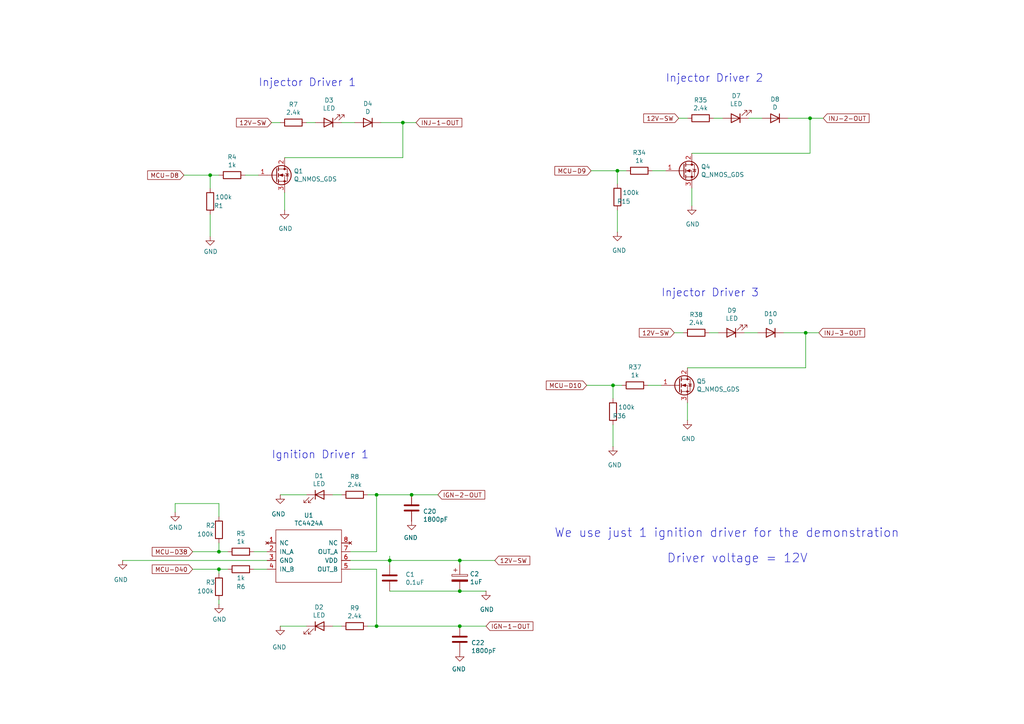
<source format=kicad_sch>
(kicad_sch (version 20231120) (generator "eeschema") (generator_version "8.0")
  (paper "A4")
  (lib_symbols
    (symbol "Device:C" (pin_numbers hide) (pin_names (offset 0.254))
      (property "Reference" "C" (at 0.635 2.54 0))
      (property "Value" "C" (at 0.635 -2.54 0))
      (symbol "C_0_1"
        (polyline (pts (xy -2.032 -0.762) (xy 2.032 -0.762)) (stroke (width 0.508)))
        (polyline (pts (xy -2.032 0.762) (xy 2.032 0.762)) (stroke (width 0.508)))
      )
      (symbol "C_1_1"
        (pin passive line (at 0 3.81 270) (length 2.794) (name "~") (number "1"))
        (pin passive line (at 0 -3.81 90) (length 2.794) (name "~") (number "2"))
      )
    )
    (symbol "Device:C_Polarized" (pin_numbers hide) (pin_names (offset 0.254))
      (property "Reference" "C" (at 0.635 2.54 0))
      (property "Value" "C_Polarized" (at 0.635 -2.54 0))
      (symbol "C_Polarized_0_1"
        (rectangle (start -2.286 0.508) (end 2.286 1.016))
        (polyline (pts (xy -1.778 2.286) (xy -0.762 2.286)))
        (polyline (pts (xy -1.27 2.794) (xy -1.27 1.778)))
        (rectangle (start 2.286 -0.508) (end -2.286 -1.016) (fill (type outline)))
      )
      (symbol "C_Polarized_1_1"
        (pin passive line (at 0 3.81 270) (length 2.794) (name "~") (number "1"))
        (pin passive line (at 0 -3.81 90) (length 2.794) (name "~") (number "2"))
      )
    )
    (symbol "Device:D" (pin_numbers hide) (pin_names (offset 1.016) hide)
      (property "Reference" "D" (at 0 2.54 0))
      (property "Value" "D" (at 0 -2.54 0))
      (symbol "D_0_1"
        (polyline (pts (xy -1.27 1.27) (xy -1.27 -1.27)) (stroke (width 0.254)))
        (polyline (pts (xy 1.27 0) (xy -1.27 0)))
        (polyline (pts (xy 1.27 1.27) (xy 1.27 -1.27) (xy -1.27 0) (xy 1.27 1.27)) (stroke (width 0.254)))
      )
      (symbol "D_1_1"
        (pin passive line (at -3.81 0 0) (length 2.54) (name "K") (number "1"))
        (pin passive line (at 3.81 0 180) (length 2.54) (name "A") (number "2"))
      )
    )
    (symbol "Device:LED" (pin_numbers hide) (pin_names (offset 1.016) hide)
      (property "Reference" "D" (at 0 2.54 0))
      (property "Value" "LED" (at 0 -2.54 0))
      (symbol "LED_0_1"
        (polyline (pts (xy -1.27 -1.27) (xy -1.27 1.27)) (stroke (width 0.254)))
        (polyline (pts (xy -1.27 0) (xy 1.27 0)))
        (polyline (pts (xy 1.27 -1.27) (xy 1.27 1.27) (xy -1.27 0) (xy 1.27 -1.27)) (stroke (width 0.254)))
        (polyline (pts (xy -3.048 -0.762) (xy -4.572 -2.286) (xy -3.81 -2.286) (xy -4.572 -2.286) (xy -4.572 -1.524)))
        (polyline (pts (xy -1.778 -0.762) (xy -3.302 -2.286) (xy -2.54 -2.286) (xy -3.302 -2.286) (xy -3.302 -1.524)))
      )
      (symbol "LED_1_1"
        (pin passive line (at -3.81 0 0) (length 2.54) (name "K") (number "1"))
        (pin passive line (at 3.81 0 180) (length 2.54) (name "A") (number "2"))
      )
    )
    (symbol "Device:Q_NMOS_GDS" (pin_names (offset 0) hide)
      (property "Reference" "Q" (at 5.08 1.27 0))
      (property "Value" "Q_NMOS_GDS" (at 5.08 -1.27 0))
      (symbol "Q_NMOS_GDS_0_1"
        (polyline (pts (xy 0.254 0) (xy -2.54 0)))
        (polyline (pts (xy 0.254 1.905) (xy 0.254 -1.905)) (stroke (width 0.254)))
        (polyline (pts (xy 0.762 -1.27) (xy 0.762 -2.286)) (stroke (width 0.254)))
        (polyline (pts (xy 0.762 0.508) (xy 0.762 -0.508)) (stroke (width 0.254)))
        (polyline (pts (xy 0.762 2.286) (xy 0.762 1.27)) (stroke (width 0.254)))
        (polyline (pts (xy 2.54 2.54) (xy 2.54 1.778)))
        (polyline (pts (xy 2.54 -2.54) (xy 2.54 0) (xy 0.762 0)))
        (polyline (pts (xy 0.762 -1.778) (xy 3.302 -1.778) (xy 3.302 1.778) (xy 0.762 1.778)))
        (polyline (pts (xy 1.016 0) (xy 2.032 0.381) (xy 2.032 -0.381) (xy 1.016 0)) (fill (type outline)))
        (polyline (pts (xy 2.794 0.508) (xy 2.921 0.381) (xy 3.683 0.381) (xy 3.81 0.254)))
        (polyline (pts (xy 3.302 0.381) (xy 2.921 -0.254) (xy 3.683 -0.254) (xy 3.302 0.381)))
        (circle (center 1.651 0) (radius 2.794) (stroke (width 0.254)))
        (circle (center 2.54 -1.778) (radius 0.254) (fill (type outline)))
        (circle (center 2.54 1.778) (radius 0.254) (fill (type outline)))
      )
      (symbol "Q_NMOS_GDS_1_1"
        (pin input line (at -5.08 0 0) (length 2.54) (name "G") (number "1"))
        (pin passive line (at 2.54 5.08 270) (length 2.54) (name "D") (number "2"))
        (pin passive line (at 2.54 -5.08 90) (length 2.54) (name "S") (number "3"))
      )
    )
    (symbol "Device:R" (pin_numbers hide) (pin_names (offset 0))
      (property "Reference" "R" (at 2.032 0 90))
      (property "Value" "R" (at 0 0 90))
      (symbol "R_0_1"
        (rectangle (start -1.016 -2.54) (end 1.016 2.54) (stroke (width 0.254)))
      )
      (symbol "R_1_1"
        (pin passive line (at 0 3.81 270) (length 1.27) (name "~") (number "1"))
        (pin passive line (at 0 -3.81 90) (length 1.27) (name "~") (number "2"))
      )
    )
    (symbol "IC_Automotive:TC4424A" (pin_names (offset 1.016))
      (property "Reference" "U" (at -7.62 38.1 0))
      (property "Value" "IC_Automotive_TC4424A" (at -15.24 38.1 0))
      (symbol "TC4424A_0_1"
        (rectangle (start -25.4 36.83) (end -6.35 21.59))
      )
      (symbol "TC4424A_1_1"
        (pin no_connect line (at -27.94 33.02 0) (length 2.54) (name "NC") (number "1"))
        (pin input line (at -27.94 30.48 0) (length 2.54) (name "IN_A") (number "2"))
        (pin power_in line (at -27.94 27.94 0) (length 2.54) (name "GND") (number "3"))
        (pin input line (at -27.94 25.4 0) (length 2.54) (name "IN_B") (number "4"))
        (pin input line (at -3.81 25.4 180) (length 2.54) (name "OUT_B") (number "5"))
        (pin power_in line (at -3.81 27.94 180) (length 2.54) (name "VDD") (number "6"))
        (pin output line (at -3.81 30.48 180) (length 2.54) (name "OUT_A") (number "7"))
        (pin no_connect line (at -3.81 33.02 180) (length 2.54) (name "NC") (number "8"))
      )
    )
    (symbol "power:GND" (power) (pin_numbers hide) (pin_names (offset 0) hide)
      (property "Value" "GND" (at 0 -3.81 0))
      (symbol "GND_0_1"
        (polyline (pts (xy 0 0) (xy 0 -1.27) (xy 1.27 -1.27) (xy 0 -2.54) (xy -1.27 -1.27) (xy 0 -1.27)))
      )
      (symbol "GND_1_1"
        (pin power_in line (at 0 0 270) (length 0) (name "~") (number "1"))
      )
    )
  )
  (junction (at 177.8 111.76))
  (junction (at 133.35 181.61))
  (junction (at 109.22 181.61))
  (junction (at 234.95 34.29))
  (junction (at 133.35 162.56))
  (junction (at 119.38 143.51))
  (junction (at 63.5 165.1))
  (junction (at 60.96 50.8))
  (junction (at 116.84 35.56))
  (junction (at 109.22 143.51))
  (junction (at 233.68 96.52))
  (junction (at 133.35 171.45))
  (junction (at 179.07 49.53))
  (junction (at 113.03 162.56))
  (junction (at 63.5 160.02))
  (wire (pts (xy 63.5 146.05) (xy 63.5 149.86)))
  (wire (pts (xy 73.66 160.02) (xy 77.47 160.02)))
  (wire (pts (xy 205.74 96.52) (xy 208.28 96.52)))
  (wire (pts (xy 217.17 34.29) (xy 220.98 34.29)))
  (wire (pts (xy 63.5 160.02) (xy 66.04 160.02)))
  (wire (pts (xy 109.22 165.1) (xy 101.6 165.1)))
  (wire (pts (xy 113.03 163.83) (xy 113.03 162.56)))
  (wire (pts (xy 120.65 35.56) (xy 116.84 35.56)))
  (wire (pts (xy 81.28 181.61) (xy 88.9 181.61)))
  (wire (pts (xy 109.22 143.51) (xy 109.22 160.02)))
  (wire (pts (xy 234.95 44.45) (xy 234.95 34.29)))
  (wire (pts (xy 200.66 44.45) (xy 234.95 44.45)))
  (wire (pts (xy 177.8 111.76) (xy 180.34 111.76)))
  (wire (pts (xy 109.22 165.1) (xy 109.22 181.61)))
  (wire (pts (xy 113.03 171.45) (xy 133.35 171.45)))
  (wire (pts (xy 63.5 157.48) (xy 63.5 160.02)))
  (wire (pts (xy 77.47 162.56) (xy 35.56 162.56)))
  (wire (pts (xy 81.28 143.51) (xy 88.9 143.51)))
  (wire (pts (xy 179.07 49.53) (xy 179.07 53.34)))
  (wire (pts (xy 140.97 181.61) (xy 133.35 181.61)))
  (wire (pts (xy 53.34 50.8) (xy 60.96 50.8)))
  (wire (pts (xy 82.55 45.72) (xy 116.84 45.72)))
  (wire (pts (xy 200.66 59.69) (xy 200.66 54.61)))
  (wire (pts (xy 171.45 49.53) (xy 179.07 49.53)))
  (wire (pts (xy 109.22 143.51) (xy 119.38 143.51)))
  (wire (pts (xy 116.84 45.72) (xy 116.84 35.56)))
  (wire (pts (xy 113.03 162.56) (xy 133.35 162.56)))
  (wire (pts (xy 66.04 165.1) (xy 63.5 165.1)))
  (wire (pts (xy 60.96 62.23) (xy 60.96 68.58)))
  (wire (pts (xy 109.22 181.61) (xy 133.35 181.61)))
  (wire (pts (xy 82.55 60.96) (xy 82.55 55.88)))
  (wire (pts (xy 187.96 111.76) (xy 191.77 111.76)))
  (wire (pts (xy 215.9 96.52) (xy 219.71 96.52)))
  (wire (pts (xy 55.88 165.1) (xy 63.5 165.1)))
  (wire (pts (xy 106.68 143.51) (xy 109.22 143.51)))
  (wire (pts (xy 179.07 60.96) (xy 179.07 67.31)))
  (wire (pts (xy 140.97 171.45) (xy 133.35 171.45)))
  (wire (pts (xy 60.96 50.8) (xy 63.5 50.8)))
  (wire (pts (xy 195.58 96.52) (xy 198.12 96.52)))
  (wire (pts (xy 177.8 111.76) (xy 177.8 115.57)))
  (wire (pts (xy 207.01 34.29) (xy 209.55 34.29)))
  (wire (pts (xy 237.49 96.52) (xy 233.68 96.52)))
  (wire (pts (xy 233.68 106.68) (xy 233.68 96.52)))
  (wire (pts (xy 99.06 35.56) (xy 102.87 35.56)))
  (wire (pts (xy 96.52 181.61) (xy 99.06 181.61)))
  (wire (pts (xy 113.03 162.56) (xy 101.6 162.56)))
  (wire (pts (xy 50.8 146.05) (xy 63.5 146.05)))
  (wire (pts (xy 63.5 175.26) (xy 63.5 173.99)))
  (wire (pts (xy 71.12 50.8) (xy 74.93 50.8)))
  (wire (pts (xy 106.68 181.61) (xy 109.22 181.61)))
  (wire (pts (xy 227.33 96.52) (xy 233.68 96.52)))
  (wire (pts (xy 199.39 106.68) (xy 233.68 106.68)))
  (wire (pts (xy 113.03 161.29) (xy 113.03 162.56)))
  (wire (pts (xy 55.88 160.02) (xy 63.5 160.02)))
  (wire (pts (xy 228.6 34.29) (xy 234.95 34.29)))
  (wire (pts (xy 78.74 35.56) (xy 81.28 35.56)))
  (wire (pts (xy 238.76 34.29) (xy 234.95 34.29)))
  (wire (pts (xy 127 143.51) (xy 119.38 143.51)))
  (wire (pts (xy 96.52 143.51) (xy 99.06 143.51)))
  (wire (pts (xy 179.07 49.53) (xy 181.61 49.53)))
  (wire (pts (xy 196.85 34.29) (xy 199.39 34.29)))
  (wire (pts (xy 50.8 146.05) (xy 50.8 148.59)))
  (wire (pts (xy 143.51 162.56) (xy 133.35 162.56)))
  (wire (pts (xy 88.9 35.56) (xy 91.44 35.56)))
  (wire (pts (xy 109.22 160.02) (xy 101.6 160.02)))
  (wire (pts (xy 199.39 121.92) (xy 199.39 116.84)))
  (wire (pts (xy 63.5 165.1) (xy 63.5 166.37)))
  (wire (pts (xy 133.35 163.83) (xy 133.35 162.56)))
  (wire (pts (xy 73.66 165.1) (xy 77.47 165.1)))
  (wire (pts (xy 110.49 35.56) (xy 116.84 35.56)))
  (wire (pts (xy 189.23 49.53) (xy 193.04 49.53)))
  (wire (pts (xy 177.8 123.19) (xy 177.8 129.54)))
  (wire (pts (xy 60.96 50.8) (xy 60.96 54.61)))
  (wire (pts (xy 170.18 111.76) (xy 177.8 111.76)))
  (text "Ignition Driver 1" (at 78.74 133.35 0) (effects (font (size 2.2606 2.2606)) (justify left bottom)))
  (text "Injector Driver 3" (at 191.77 86.36 0) (effects (font (size 2.2606 2.2606)) (justify left bottom)))
  (text "We use just 1 ignition driver for the demonstration" (at 210.82 154.686 0) (effects (font (size 2.54 2.54))))
  (text "Injector Driver 2" (at 193.04 24.13 0) (effects (font (size 2.2606 2.2606)) (justify left bottom)))
  (text "Injector Driver 1" (at 74.93 25.4 0) (effects (font (size 2.2606 2.2606)) (justify left bottom)))
  (text "Driver voltage = 12V" (at 213.868 162.052 0) (effects (font (size 2.54 2.54))))
  (global_label "IGN-1-OUT" (shape input) (at 140.97 181.61 0) (property "Intersheetrefs" "${INTERSHEET_REFS}" (effects (hide yes))))
  (global_label "INJ-3-OUT" (shape input) (at 237.49 96.52 0) (property "Intersheetrefs" "${INTERSHEET_REFS}" (effects (hide yes))))
  (global_label "12V-SW" (shape input) (at 196.85 34.29 180) (property "Intersheetrefs" "${INTERSHEET_REFS}" (effects (hide yes))))
  (global_label "12V-SW" (shape input) (at 195.58 96.52 180) (property "Intersheetrefs" "${INTERSHEET_REFS}" (effects (hide yes))))
  (global_label "MCU-D8" (shape input) (at 53.34 50.8 180) (property "Intersheetrefs" "${INTERSHEET_REFS}" (effects (hide yes))))
  (global_label "INJ-2-OUT" (shape input) (at 238.76 34.29 0) (property "Intersheetrefs" "${INTERSHEET_REFS}" (effects (hide yes))))
  (global_label "12V-SW" (shape input) (at 78.74 35.56 180) (property "Intersheetrefs" "${INTERSHEET_REFS}" (effects (hide yes))))
  (global_label "12V-SW" (shape input) (at 143.51 162.56 0) (property "Intersheetrefs" "${INTERSHEET_REFS}" (effects (hide yes))))
  (global_label "MCU-D40" (shape input) (at 55.88 165.1 180) (property "Intersheetrefs" "${INTERSHEET_REFS}" (effects (hide yes))))
  (global_label "MCU-D9" (shape input) (at 171.45 49.53 180) (property "Intersheetrefs" "${INTERSHEET_REFS}" (effects (hide yes))))
  (global_label "MCU-D10" (shape input) (at 170.18 111.76 180) (property "Intersheetrefs" "${INTERSHEET_REFS}" (effects (hide yes))))
  (global_label "INJ-1-OUT" (shape input) (at 120.65 35.56 0) (property "Intersheetrefs" "${INTERSHEET_REFS}" (effects (hide yes))))
  (global_label "IGN-2-OUT" (shape input) (at 127 143.51 0) (property "Intersheetrefs" "${INTERSHEET_REFS}" (effects (hide yes))))
  (global_label "MCU-D38" (shape input) (at 55.88 160.02 180) (property "Intersheetrefs" "${INTERSHEET_REFS}" (effects (hide yes))))
  (symbol (lib_id "Device:R") (at 69.85 165.1 270) (unit 1)
    (property "Reference" "R6" (at 69.85 170.18 90))
    (property "Value" "1k" (at 69.85 167.64 90))
    (property "Footprint" "Resistor_THT:R_Axial_DIN0204_L3.6mm_D1.6mm_P5.08mm_Horizontal" (effects (hide yes)))
    (property "Description" "Resistor" (effects (hide yes)))
    (property "Digikey Part Number" "BC1.00KXCT-ND" (effects (hide yes)))
    (property "Manufacturer_Name" "Vishay" (effects (hide yes)))
    (property "Manufacturer_Part_Number" "MBA02040C1001FRP00" (effects (hide yes)))
  )
  (symbol (lib_id "Device:Q_NMOS_GDS") (at 80.01 50.8 0) (unit 1)
    (property "Reference" "Q1" (at 85.1916 49.6316 0) (effects (justify left)))
    (property "Value" "Q_NMOS_GDS" (at 85.1916 51.943 0) (effects (justify left)))
    (property "Footprint" "Package_TO_SOT_THT:TO-220-3_Horizontal_TabDown" (effects (hide yes)))
    (property "Description" "N-MOSFET transistor, gate/drain/source" (effects (hide yes)))
    (property "Digikey Part Number" "497-5896-5-ND" (effects (hide yes)))
    (property "Manufacturer_Name" "ST" (effects (hide yes)))
    (property "Manufacturer_Part_Number" "STP62NS04Z" (effects (hide yes)))
  )
  (symbol (lib_id "Device:LED") (at 95.25 35.56 180) (unit 1)
    (property "Reference" "D3" (at 95.4278 29.083 0))
    (property "Value" "LED" (at 95.4278 31.3944 0))
    (property "Footprint" "LED_THT:LED_D3.0mm" (effects (hide yes)))
    (property "Description" "Light emitting diode" (effects (hide yes)))
    (property "Digikey Part Number" "732-5005-ND" (effects (hide yes)))
    (property "Manufacturer_Name" "Wurth" (effects (hide yes)))
    (property "Manufacturer_Part_Number" "151031SS04000" (effects (hide yes)))
    (property "URL" "https://www.digikey.com.au/product-detail/en/w%C3%BCrth-elektronik/151031SS04000/732-5005-ND/4489979" (effects (hide yes)))
  )
  (symbol (lib_id "Device:LED") (at 92.71 181.61 0) (unit 1)
    (property "Reference" "D2" (at 92.5322 176.1236 0))
    (property "Value" "LED" (at 92.5322 178.435 0))
    (property "Footprint" "LED_THT:LED_D3.0mm" (effects (hide yes)))
    (property "Description" "Light emitting diode" (effects (hide yes)))
    (property "Digikey Part Number" "732-5005-ND" (effects (hide yes)))
    (property "Manufacturer_Name" "Wurth" (effects (hide yes)))
    (property "Manufacturer_Part_Number" "151031SS04000" (effects (hide yes)))
    (property "URL" "https://www.digikey.com.au/product-detail/en/w%C3%BCrth-elektronik/151031SS04000/732-5005-ND/4489979" (effects (hide yes)))
  )
  (symbol (lib_id "Device:R") (at 60.96 58.42 0) (unit 1)
    (property "Reference" "R1" (at 64.77 59.69 0) (effects (justify right)))
    (property "Value" "100k" (at 67.31 57.15 0) (effects (justify right)))
    (property "Footprint" "Resistor_THT:R_Axial_DIN0204_L3.6mm_D1.6mm_P5.08mm_Horizontal" (effects (hide yes)))
    (property "Description" "Resistor" (effects (hide yes)))
    (property "Digikey Part Number" "BC3240CT-ND" (effects (hide yes)))
    (property "Manufacturer_Name" "Vishay" (effects (hide yes)))
    (property "Manufacturer_Part_Number" "MBA02040C1003FCT00" (effects (hide yes)))
    (property "URL" "https://www.digikey.com.au/product-detail/en/vishay-beyschlag-draloric-bc-components/MBA02040C1003FCT00/BC3240CT-ND/6138743" (effects (hide yes)))
  )
  (symbol (lib_id "Device:R") (at 63.5 153.67 180) (unit 1)
    (property "Reference" "R2" (at 59.69 152.4 0) (effects (justify right)))
    (property "Value" "100k" (at 57.15 154.94 0) (effects (justify right)))
    (property "Footprint" "Resistor_THT:R_Axial_DIN0204_L3.6mm_D1.6mm_P5.08mm_Horizontal" (effects (hide yes)))
    (property "Description" "Resistor" (effects (hide yes)))
    (property "Digikey Part Number" "BC3240CT-ND" (effects (hide yes)))
    (property "Manufacturer_Name" "Vishay" (effects (hide yes)))
    (property "Manufacturer_Part_Number" "MBA02040C1003FCT00" (effects (hide yes)))
    (property "URL" "https://www.digikey.com.au/product-detail/en/vishay-beyschlag-draloric-bc-components/MBA02040C1003FCT00/BC3240CT-ND/6138743" (effects (hide yes)))
  )
  (symbol (lib_id "Device:R") (at 184.15 111.76 270) (unit 1)
    (property "Reference" "R37" (at 184.15 106.5022 90))
    (property "Value" "1k" (at 184.15 108.8136 90))
    (property "Footprint" "Resistor_THT:R_Axial_DIN0204_L3.6mm_D1.6mm_P5.08mm_Horizontal" (effects (hide yes)))
    (property "Description" "Resistor" (effects (hide yes)))
    (property "Digikey Part Number" "BC1.00KXCT-ND" (effects (hide yes)))
    (property "Manufacturer_Name" "Vishay" (effects (hide yes)))
    (property "Manufacturer_Part_Number" "MBA02040C1001FRP00" (effects (hide yes)))
  )
  (symbol (lib_id "power:GND") (at 63.5 175.26 0) (unit 1)
    (property "Reference" "#PWR06" (effects (hide yes)))
    (property "Value" "GND" (at 63.627 179.6542 0))
    (property "Description" "Power symbol creates a global label with name \"GND\" , ground" (effects (hide yes)))
  )
  (symbol (lib_id "Device:R") (at 185.42 49.53 270) (unit 1)
    (property "Reference" "R34" (at 185.42 44.2722 90))
    (property "Value" "1k" (at 185.42 46.5836 90))
    (property "Footprint" "Resistor_THT:R_Axial_DIN0204_L3.6mm_D1.6mm_P5.08mm_Horizontal" (effects (hide yes)))
    (property "Description" "Resistor" (effects (hide yes)))
    (property "Digikey Part Number" "BC1.00KXCT-ND" (effects (hide yes)))
    (property "Manufacturer_Name" "Vishay" (effects (hide yes)))
    (property "Manufacturer_Part_Number" "MBA02040C1001FRP00" (effects (hide yes)))
  )
  (symbol (lib_id "Device:LED") (at 212.09 96.52 180) (unit 1)
    (property "Reference" "D9" (at 212.2678 90.043 0))
    (property "Value" "LED" (at 212.2678 92.3544 0))
    (property "Footprint" "LED_THT:LED_D3.0mm" (effects (hide yes)))
    (property "Description" "Light emitting diode" (effects (hide yes)))
    (property "Digikey Part Number" "732-5005-ND" (effects (hide yes)))
    (property "Manufacturer_Name" "Wurth" (effects (hide yes)))
    (property "Manufacturer_Part_Number" "151031SS04000" (effects (hide yes)))
    (property "URL" "https://www.digikey.com.au/product-detail/en/w%C3%BCrth-elektronik/151031SS04000/732-5005-ND/4489979" (effects (hide yes)))
  )
  (symbol (lib_id "Device:R") (at 179.07 57.15 0) (unit 1)
    (property "Reference" "R15" (at 182.88 58.42 0) (effects (justify right)))
    (property "Value" "100k" (at 185.42 55.88 0) (effects (justify right)))
    (property "Footprint" "Resistor_THT:R_Axial_DIN0204_L3.6mm_D1.6mm_P5.08mm_Horizontal" (effects (hide yes)))
    (property "Description" "Resistor" (effects (hide yes)))
    (property "Digikey Part Number" "BC3240CT-ND" (effects (hide yes)))
    (property "Manufacturer_Name" "Vishay" (effects (hide yes)))
    (property "Manufacturer_Part_Number" "MBA02040C1003FCT00" (effects (hide yes)))
    (property "URL" "https://www.digikey.com.au/product-detail/en/vishay-beyschlag-draloric-bc-components/MBA02040C1003FCT00/BC3240CT-ND/6138743" (effects (hide yes)))
  )
  (symbol (lib_id "Device:D") (at 223.52 96.52 180) (unit 1)
    (property "Reference" "D10" (at 223.52 91.0336 0))
    (property "Value" "D" (at 223.52 93.345 0))
    (property "Footprint" "Diode_THT:D_DO-35_SOD27_P7.62mm_Horizontal" (effects (hide yes)))
    (property "Description" "Diode" (effects (hide yes)))
    (property "Digikey Part Number" "1N914TAPGICT-ND" (effects (hide yes)))
    (property "Manufacturer_Name" "Vishay" (effects (hide yes)))
    (property "Manufacturer_Part_Number" "1N914TAP" (effects (hide yes)))
    (property "URL" "https://www.digikey.com.au/product-detail/en/vishay-general-semiconductor-diodes-division/1N914TAP/1N914TAPGICT-ND/8564478" (effects (hide yes)))
    (property "Sim.Device" "D" (effects (hide yes)))
    (property "Sim.Pins" "1=K 2=A" (effects (hide yes)))
  )
  (symbol (lib_id "power:GND") (at 179.07 67.31 0) (unit 1)
    (property "Reference" "#PWR049" (effects (hide yes)))
    (property "Value" "GND" (at 179.578 72.644 0))
    (property "Description" "Power symbol creates a global label with name \"GND\" , ground" (effects (hide yes)))
  )
  (symbol (lib_id "power:GND") (at 119.38 151.13 0) (unit 1)
    (property "Reference" "#PWR011" (effects (hide yes)))
    (property "Value" "GND" (at 121.158 155.956 0) (effects (justify right)))
    (property "Description" "Power symbol creates a global label with name \"GND\" , ground" (effects (hide yes)))
  )
  (symbol (lib_id "Device:R") (at 85.09 35.56 270) (unit 1)
    (property "Reference" "R7" (at 85.09 30.3022 90))
    (property "Value" "2.4k" (at 85.09 32.6136 90))
    (property "Footprint" "Resistor_THT:R_Axial_DIN0204_L3.6mm_D1.6mm_P5.08mm_Horizontal" (effects (hide yes)))
    (property "Description" "Resistor" (effects (hide yes)))
    (property "Digikey Part Number" "BC3483CT-ND" (effects (hide yes)))
    (property "Manufacturer_Name" "Vishay" (effects (hide yes)))
    (property "Manufacturer_Part_Number" "MBA02040C2401FC100" (effects (hide yes)))
    (property "URL" "https://www.digikey.com.au/product-detail/en/vishay-beyschlag-draloric-bc-components/MBA02040C2401FC100/BC3483CT-ND/7350913" (effects (hide yes)))
  )
  (symbol (lib_id "Device:Q_NMOS_GDS") (at 198.12 49.53 0) (unit 1)
    (property "Reference" "Q4" (at 203.3016 48.3616 0) (effects (justify left)))
    (property "Value" "Q_NMOS_GDS" (at 203.3016 50.673 0) (effects (justify left)))
    (property "Footprint" "Package_TO_SOT_THT:TO-220-3_Horizontal_TabDown" (effects (hide yes)))
    (property "Description" "N-MOSFET transistor, gate/drain/source" (effects (hide yes)))
    (property "Digikey Part Number" "497-5896-5-ND" (effects (hide yes)))
    (property "Manufacturer_Name" "ST" (effects (hide yes)))
    (property "Manufacturer_Part_Number" "STP62NS04Z" (effects (hide yes)))
  )
  (symbol (lib_id "power:GND") (at 50.8 148.59 0) (unit 1)
    (property "Reference" "#PWR05" (effects (hide yes)))
    (property "Value" "GND" (at 50.927 152.9842 0))
    (property "Description" "Power symbol creates a global label with name \"GND\" , ground" (effects (hide yes)))
  )
  (symbol (lib_id "Device:C_Polarized") (at 133.35 167.64 0) (unit 1)
    (property "Reference" "C2" (at 136.271 166.4716 0) (effects (justify left)))
    (property "Value" "1uF" (at 136.271 168.783 0) (effects (justify left)))
    (property "Footprint" "Capacitor_THT:C_Disc_D5.0mm_W2.5mm_P2.50mm" (effects (hide yes)))
    (property "Description" "Polarized capacitor" (effects (hide yes)))
    (property "Digikey Part Number" "445-180543-1-ND" (effects (hide yes)))
    (property "Manufacturer_Name" "TDK" (effects (hide yes)))
    (property "Manufacturer_Part_Number" "FA18X7R1E105KRU06" (effects (hide yes)))
    (property "URL" "https://www.digikey.com.au/product-detail/en/tdk-corporation/FA18X7R1E105KRU06/445-180543-1-ND/9560669" (effects (hide yes)))
  )
  (symbol (lib_id "power:GND") (at 200.66 59.69 0) (unit 1)
    (property "Reference" "#PWR058" (effects (hide yes)))
    (property "Value" "GND" (at 202.946 65.024 0) (effects (justify right)))
    (property "Description" "Power symbol creates a global label with name \"GND\" , ground" (effects (hide yes)))
  )
  (symbol (lib_id "power:GND") (at 81.28 143.51 0) (unit 1)
    (property "Reference" "#PWR07" (effects (hide yes)))
    (property "Value" "GND" (at 82.804 149.098 0) (effects (justify right)))
    (property "Description" "Power symbol creates a global label with name \"GND\" , ground" (effects (hide yes)))
  )
  (symbol (lib_id "power:GND") (at 60.96 68.58 0) (unit 1)
    (property "Reference" "#PWR04" (effects (hide yes)))
    (property "Value" "GND" (at 61.087 72.9742 0))
    (property "Description" "Power symbol creates a global label with name \"GND\" , ground" (effects (hide yes)))
  )
  (symbol (lib_id "Device:R") (at 69.85 160.02 270) (unit 1)
    (property "Reference" "R5" (at 69.85 154.7622 90))
    (property "Value" "1k" (at 69.85 157.0736 90))
    (property "Footprint" "Resistor_THT:R_Axial_DIN0204_L3.6mm_D1.6mm_P5.08mm_Horizontal" (effects (hide yes)))
    (property "Description" "Resistor" (effects (hide yes)))
    (property "Digikey Part Number" "BC1.00KXCT-ND" (effects (hide yes)))
    (property "Manufacturer_Name" "Vishay" (effects (hide yes)))
    (property "Manufacturer_Part_Number" "MBA02040C1001FRP00" (effects (hide yes)))
  )
  (symbol (lib_id "Device:LED") (at 92.71 143.51 0) (unit 1)
    (property "Reference" "D1" (at 92.5322 138.0236 0))
    (property "Value" "LED" (at 92.5322 140.335 0))
    (property "Footprint" "LED_THT:LED_D3.0mm" (effects (hide yes)))
    (property "Description" "Light emitting diode" (effects (hide yes)))
    (property "Digikey Part Number" "732-5005-ND" (effects (hide yes)))
    (property "Manufacturer_Name" "Wurth" (effects (hide yes)))
    (property "Manufacturer_Part_Number" "151031SS04000" (effects (hide yes)))
    (property "URL" "https://www.digikey.com.au/product-detail/en/w%C3%BCrth-elektronik/151031SS04000/732-5005-ND/4489979" (effects (hide yes)))
  )
  (symbol (lib_id "Device:C") (at 119.38 147.32 0) (unit 1)
    (property "Reference" "C20" (at 122.682 148.336 0) (effects (justify left)))
    (property "Value" "1800pF" (at 122.682 150.6474 0) (effects (justify left)))
    (property "Footprint" "Capacitor_THT:C_Disc_D5.0mm_W2.5mm_P2.50mm" (effects (hide yes)))
    (property "Description" "Unpolarized capacitor" (effects (hide yes)))
    (property "Digikey Part Number" "445-180563-1-ND" (effects (hide yes)))
    (property "Manufacturer_Name" "TDK" (effects (hide yes)))
    (property "Manufacturer_Part_Number" "FA18X8R1E104KNU06" (effects (hide yes)))
    (property "URL" "https://www.digikey.com.au/product-detail/en/tdk-corporation/FA18X8R1E104KNU06/445-180563-1-ND/9560689" (effects (hide yes)))
  )
  (symbol (lib_id "power:GND") (at 177.8 129.54 0) (unit 1)
    (property "Reference" "#PWR059" (effects (hide yes)))
    (property "Value" "GND" (at 178.308 134.874 0))
    (property "Description" "Power symbol creates a global label with name \"GND\" , ground" (effects (hide yes)))
  )
  (symbol (lib_id "Device:C") (at 113.03 167.64 0) (unit 1)
    (property "Reference" "C1" (at 117.602 166.624 0) (effects (justify left)))
    (property "Value" "0.1uF" (at 117.602 168.9354 0) (effects (justify left)))
    (property "Footprint" "Capacitor_THT:C_Disc_D5.0mm_W2.5mm_P2.50mm" (effects (hide yes)))
    (property "Description" "Unpolarized capacitor" (effects (hide yes)))
    (property "Digikey Part Number" "445-180563-1-ND" (effects (hide yes)))
    (property "Manufacturer_Name" "TDK" (effects (hide yes)))
    (property "Manufacturer_Part_Number" "FA18X8R1E104KNU06" (effects (hide yes)))
    (property "URL" "https://www.digikey.com.au/product-detail/en/tdk-corporation/FA18X8R1E104KNU06/445-180563-1-ND/9560689" (effects (hide yes)))
  )
  (symbol (lib_id "Device:R") (at 203.2 34.29 270) (unit 1)
    (property "Reference" "R35" (at 203.2 29.0322 90))
    (property "Value" "2.4k" (at 203.2 31.3436 90))
    (property "Footprint" "Resistor_THT:R_Axial_DIN0204_L3.6mm_D1.6mm_P5.08mm_Horizontal" (effects (hide yes)))
    (property "Description" "Resistor" (effects (hide yes)))
    (property "Digikey Part Number" "BC3483CT-ND" (effects (hide yes)))
    (property "Manufacturer_Name" "Vishay" (effects (hide yes)))
    (property "Manufacturer_Part_Number" "MBA02040C2401FC100" (effects (hide yes)))
    (property "URL" "https://www.digikey.com.au/product-detail/en/vishay-beyschlag-draloric-bc-components/MBA02040C2401FC100/BC3483CT-ND/7350913" (effects (hide yes)))
  )
  (symbol (lib_id "power:GND") (at 35.56 162.56 0) (unit 1)
    (property "Reference" "#PWR03" (effects (hide yes)))
    (property "Value" "GND" (at 37.084 168.148 0) (effects (justify right)))
    (property "Description" "Power symbol creates a global label with name \"GND\" , ground" (effects (hide yes)))
  )
  (symbol (lib_id "Device:R") (at 102.87 143.51 270) (unit 1)
    (property "Reference" "R8" (at 102.87 138.2522 90))
    (property "Value" "2.4k" (at 102.87 140.5636 90))
    (property "Footprint" "Resistor_THT:R_Axial_DIN0204_L3.6mm_D1.6mm_P5.08mm_Horizontal" (effects (hide yes)))
    (property "Description" "Resistor" (effects (hide yes)))
    (property "Digikey Part Number" "BC3483CT-ND" (effects (hide yes)))
    (property "Manufacturer_Name" "Vishay" (effects (hide yes)))
    (property "Manufacturer_Part_Number" "MBA02040C2401FC100" (effects (hide yes)))
    (property "URL" "https://www.digikey.com.au/product-detail/en/vishay-beyschlag-draloric-bc-components/MBA02040C2401FC100/BC3483CT-ND/7350913" (effects (hide yes)))
  )
  (symbol (lib_id "Device:R") (at 67.31 50.8 270) (unit 1)
    (property "Reference" "R4" (at 67.31 45.5422 90))
    (property "Value" "1k" (at 67.31 47.8536 90))
    (property "Footprint" "Resistor_THT:R_Axial_DIN0204_L3.6mm_D1.6mm_P5.08mm_Horizontal" (effects (hide yes)))
    (property "Description" "Resistor" (effects (hide yes)))
    (property "Digikey Part Number" "BC1.00KXCT-ND" (effects (hide yes)))
    (property "Manufacturer_Name" "Vishay" (effects (hide yes)))
    (property "Manufacturer_Part_Number" "MBA02040C1001FRP00" (effects (hide yes)))
  )
  (symbol (lib_id "Device:D") (at 224.79 34.29 180) (unit 1)
    (property "Reference" "D8" (at 224.79 28.8036 0))
    (property "Value" "D" (at 224.79 31.115 0))
    (property "Footprint" "Diode_THT:D_DO-35_SOD27_P7.62mm_Horizontal" (effects (hide yes)))
    (property "Description" "Diode" (effects (hide yes)))
    (property "Digikey Part Number" "1N914TAPGICT-ND" (effects (hide yes)))
    (property "Manufacturer_Name" "Vishay" (effects (hide yes)))
    (property "Manufacturer_Part_Number" "1N914TAP" (effects (hide yes)))
    (property "URL" "https://www.digikey.com.au/product-detail/en/vishay-general-semiconductor-diodes-division/1N914TAP/1N914TAPGICT-ND/8564478" (effects (hide yes)))
    (property "Sim.Device" "D" (effects (hide yes)))
    (property "Sim.Pins" "1=K 2=A" (effects (hide yes)))
  )
  (symbol (lib_id "Device:LED") (at 213.36 34.29 180) (unit 1)
    (property "Reference" "D7" (at 213.5378 27.813 0))
    (property "Value" "LED" (at 213.5378 30.1244 0))
    (property "Footprint" "LED_THT:LED_D3.0mm" (effects (hide yes)))
    (property "Description" "Light emitting diode" (effects (hide yes)))
    (property "Digikey Part Number" "732-5005-ND" (effects (hide yes)))
    (property "Manufacturer_Name" "Wurth" (effects (hide yes)))
    (property "Manufacturer_Part_Number" "151031SS04000" (effects (hide yes)))
    (property "URL" "https://www.digikey.com.au/product-detail/en/w%C3%BCrth-elektronik/151031SS04000/732-5005-ND/4489979" (effects (hide yes)))
  )
  (symbol (lib_id "power:GND") (at 140.97 171.45 0) (unit 1)
    (property "Reference" "#PWR010" (effects (hide yes)))
    (property "Value" "GND" (at 143.256 176.784 0) (effects (justify right)))
    (property "Description" "Power symbol creates a global label with name \"GND\" , ground" (effects (hide yes)))
  )
  (symbol (lib_id "power:GND") (at 81.28 181.61 0) (unit 1)
    (property "Reference" "#PWR08" (effects (hide yes)))
    (property "Value" "GND" (at 83.058 187.706 0) (effects (justify right)))
    (property "Description" "Power symbol creates a global label with name \"GND\" , ground" (effects (hide yes)))
  )
  (symbol (lib_id "Device:D") (at 106.68 35.56 180) (unit 1)
    (property "Reference" "D4" (at 106.68 30.0736 0))
    (property "Value" "D" (at 106.68 32.385 0))
    (property "Footprint" "Diode_THT:D_DO-35_SOD27_P7.62mm_Horizontal" (effects (hide yes)))
    (property "Description" "Diode" (effects (hide yes)))
    (property "Digikey Part Number" "1N914TAPGICT-ND" (effects (hide yes)))
    (property "Manufacturer_Name" "Vishay" (effects (hide yes)))
    (property "Manufacturer_Part_Number" "1N914TAP" (effects (hide yes)))
    (property "URL" "https://www.digikey.com.au/product-detail/en/vishay-general-semiconductor-diodes-division/1N914TAP/1N914TAPGICT-ND/8564478" (effects (hide yes)))
    (property "Sim.Device" "D" (effects (hide yes)))
    (property "Sim.Pins" "1=K 2=A" (effects (hide yes)))
  )
  (symbol (lib_id "Device:R") (at 102.87 181.61 270) (unit 1)
    (property "Reference" "R9" (at 102.87 176.3522 90))
    (property "Value" "2.4k" (at 102.87 178.6636 90))
    (property "Footprint" "Resistor_THT:R_Axial_DIN0204_L3.6mm_D1.6mm_P5.08mm_Horizontal" (effects (hide yes)))
    (property "Description" "Resistor" (effects (hide yes)))
    (property "Digikey Part Number" "BC3483CT-ND" (effects (hide yes)))
    (property "Manufacturer_Name" "Vishay" (effects (hide yes)))
    (property "Manufacturer_Part_Number" "MBA02040C2401FC100" (effects (hide yes)))
    (property "URL" "https://www.digikey.com.au/product-detail/en/vishay-beyschlag-draloric-bc-components/MBA02040C2401FC100/BC3483CT-ND/7350913" (effects (hide yes)))
  )
  (symbol (lib_id "power:GND") (at 82.55 60.96 0) (unit 1)
    (property "Reference" "#PWR09" (effects (hide yes)))
    (property "Value" "GND" (at 84.836 66.294 0) (effects (justify right)))
    (property "Description" "Power symbol creates a global label with name \"GND\" , ground" (effects (hide yes)))
  )
  (symbol (lib_id "power:GND") (at 199.39 121.92 0) (unit 1)
    (property "Reference" "#PWR060" (effects (hide yes)))
    (property "Value" "GND" (at 201.676 127.254 0) (effects (justify right)))
    (property "Description" "Power symbol creates a global label with name \"GND\" , ground" (effects (hide yes)))
  )
  (symbol (lib_id "Device:R") (at 63.5 170.18 180) (unit 1)
    (property "Reference" "R3" (at 59.69 168.91 0) (effects (justify right)))
    (property "Value" "100k" (at 57.15 171.45 0) (effects (justify right)))
    (property "Footprint" "Resistor_THT:R_Axial_DIN0204_L3.6mm_D1.6mm_P5.08mm_Horizontal" (effects (hide yes)))
    (property "Description" "Resistor" (effects (hide yes)))
    (property "Digikey Part Number" "BC3240CT-ND" (effects (hide yes)))
    (property "Manufacturer_Name" "Vishay" (effects (hide yes)))
    (property "Manufacturer_Part_Number" "MBA02040C1003FCT00" (effects (hide yes)))
    (property "URL" "https://www.digikey.com.au/product-detail/en/vishay-beyschlag-draloric-bc-components/MBA02040C1003FCT00/BC3240CT-ND/6138743" (effects (hide yes)))
  )
  (symbol (lib_id "IC_Automotive:TC4424A") (at 105.41 190.5 0) (unit 1)
    (property "Reference" "U1" (at 89.535 149.479 0))
    (property "Value" "TC4424A" (at 89.535 151.7904 0))
    (property "Footprint" "Package_DIP:DIP-8_W7.62mm_Socket" (effects (hide yes)))
    (property "Digikey Part Number" "TC4424AVPA-ND" (effects (hide yes)))
    (property "Manufacturer_Name" "Microchip" (effects (hide yes)))
    (property "Manufacturer_Part_Number" "TC4424AVPA" (effects (hide yes)))
    (property "URL" "https://www.digikey.com.au/product-detail/en/microchip-technology/TC4424AVPA/TC4424AVPA-ND/1098910" (effects (hide yes)))
  )
  (symbol (lib_id "Device:C") (at 133.35 185.42 0) (unit 1)
    (property "Reference" "C22" (at 136.652 186.436 0) (effects (justify left)))
    (property "Value" "1800pF" (at 136.652 188.7474 0) (effects (justify left)))
    (property "Footprint" "Capacitor_THT:C_Disc_D5.0mm_W2.5mm_P2.50mm" (effects (hide yes)))
    (property "Description" "Unpolarized capacitor" (effects (hide yes)))
    (property "Digikey Part Number" "445-180563-1-ND" (effects (hide yes)))
    (property "Manufacturer_Name" "TDK" (effects (hide yes)))
    (property "Manufacturer_Part_Number" "FA18X8R1E104KNU06" (effects (hide yes)))
    (property "URL" "https://www.digikey.com.au/product-detail/en/tdk-corporation/FA18X8R1E104KNU06/445-180563-1-ND/9560689" (effects (hide yes)))
  )
  (symbol (lib_id "power:GND") (at 133.35 189.23 0) (unit 1)
    (property "Reference" "#PWR054" (effects (hide yes)))
    (property "Value" "GND" (at 135.128 194.056 0) (effects (justify right)))
    (property "Description" "Power symbol creates a global label with name \"GND\" , ground" (effects (hide yes)))
  )
  (symbol (lib_id "Device:R") (at 177.8 119.38 0) (unit 1)
    (property "Reference" "R36" (at 181.61 120.65 0) (effects (justify right)))
    (property "Value" "100k" (at 184.15 118.11 0) (effects (justify right)))
    (property "Footprint" "Resistor_THT:R_Axial_DIN0204_L3.6mm_D1.6mm_P5.08mm_Horizontal" (effects (hide yes)))
    (property "Description" "Resistor" (effects (hide yes)))
    (property "Digikey Part Number" "BC3240CT-ND" (effects (hide yes)))
    (property "Manufacturer_Name" "Vishay" (effects (hide yes)))
    (property "Manufacturer_Part_Number" "MBA02040C1003FCT00" (effects (hide yes)))
    (property "URL" "https://www.digikey.com.au/product-detail/en/vishay-beyschlag-draloric-bc-components/MBA02040C1003FCT00/BC3240CT-ND/6138743" (effects (hide yes)))
  )
  (symbol (lib_id "Device:Q_NMOS_GDS") (at 196.85 111.76 0) (unit 1)
    (property "Reference" "Q5" (at 202.0316 110.5916 0) (effects (justify left)))
    (property "Value" "Q_NMOS_GDS" (at 202.0316 112.903 0) (effects (justify left)))
    (property "Footprint" "Package_TO_SOT_THT:TO-220-3_Horizontal_TabDown" (effects (hide yes)))
    (property "Description" "N-MOSFET transistor, gate/drain/source" (effects (hide yes)))
    (property "Digikey Part Number" "497-5896-5-ND" (effects (hide yes)))
    (property "Manufacturer_Name" "ST" (effects (hide yes)))
    (property "Manufacturer_Part_Number" "STP62NS04Z" (effects (hide yes)))
  )
  (symbol (lib_id "Device:R") (at 201.93 96.52 270) (unit 1)
    (property "Reference" "R38" (at 201.93 91.2622 90))
    (property "Value" "2.4k" (at 201.93 93.5736 90))
    (property "Footprint" "Resistor_THT:R_Axial_DIN0204_L3.6mm_D1.6mm_P5.08mm_Horizontal" (effects (hide yes)))
    (property "Description" "Resistor" (effects (hide yes)))
    (property "Digikey Part Number" "BC3483CT-ND" (effects (hide yes)))
    (property "Manufacturer_Name" "Vishay" (effects (hide yes)))
    (property "Manufacturer_Part_Number" "MBA02040C2401FC100" (effects (hide yes)))
    (property "URL" "https://www.digikey.com.au/product-detail/en/vishay-beyschlag-draloric-bc-components/MBA02040C2401FC100/BC3483CT-ND/7350913" (effects (hide yes)))
  )
)
</source>
